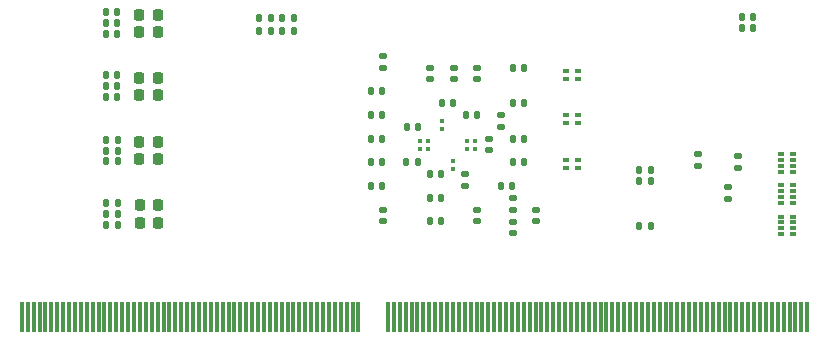
<source format=gbr>
%TF.GenerationSoftware,KiCad,Pcbnew,(6.0.0)*%
%TF.CreationDate,2022-04-27T20:10:46+08:00*%
%TF.ProjectId,XC6SLX25(FTG256)_CoreBoard,58433653-4c58-4323-9528-465447323536,rev?*%
%TF.SameCoordinates,Original*%
%TF.FileFunction,Paste,Bot*%
%TF.FilePolarity,Positive*%
%FSLAX46Y46*%
G04 Gerber Fmt 4.6, Leading zero omitted, Abs format (unit mm)*
G04 Created by KiCad (PCBNEW (6.0.0)) date 2022-04-27 20:10:46*
%MOMM*%
%LPD*%
G01*
G04 APERTURE LIST*
G04 Aperture macros list*
%AMRoundRect*
0 Rectangle with rounded corners*
0 $1 Rounding radius*
0 $2 $3 $4 $5 $6 $7 $8 $9 X,Y pos of 4 corners*
0 Add a 4 corners polygon primitive as box body*
4,1,4,$2,$3,$4,$5,$6,$7,$8,$9,$2,$3,0*
0 Add four circle primitives for the rounded corners*
1,1,$1+$1,$2,$3*
1,1,$1+$1,$4,$5*
1,1,$1+$1,$6,$7*
1,1,$1+$1,$8,$9*
0 Add four rect primitives between the rounded corners*
20,1,$1+$1,$2,$3,$4,$5,0*
20,1,$1+$1,$4,$5,$6,$7,0*
20,1,$1+$1,$6,$7,$8,$9,0*
20,1,$1+$1,$8,$9,$2,$3,0*%
G04 Aperture macros list end*
%ADD10RoundRect,0.140000X0.140000X0.170000X-0.140000X0.170000X-0.140000X-0.170000X0.140000X-0.170000X0*%
%ADD11RoundRect,0.079500X-0.079500X-0.100500X0.079500X-0.100500X0.079500X0.100500X-0.079500X0.100500X0*%
%ADD12RoundRect,0.225000X0.225000X0.250000X-0.225000X0.250000X-0.225000X-0.250000X0.225000X-0.250000X0*%
%ADD13R,0.500000X0.400000*%
%ADD14RoundRect,0.140000X-0.140000X-0.170000X0.140000X-0.170000X0.140000X0.170000X-0.140000X0.170000X0*%
%ADD15RoundRect,0.140000X0.170000X-0.140000X0.170000X0.140000X-0.170000X0.140000X-0.170000X-0.140000X0*%
%ADD16RoundRect,0.135000X0.135000X0.185000X-0.135000X0.185000X-0.135000X-0.185000X0.135000X-0.185000X0*%
%ADD17RoundRect,0.079500X0.100500X-0.079500X0.100500X0.079500X-0.100500X0.079500X-0.100500X-0.079500X0*%
%ADD18R,0.350000X2.500000*%
%ADD19RoundRect,0.140000X-0.170000X0.140000X-0.170000X-0.140000X0.170000X-0.140000X0.170000X0.140000X0*%
%ADD20RoundRect,0.135000X-0.135000X-0.185000X0.135000X-0.185000X0.135000X0.185000X-0.135000X0.185000X0*%
%ADD21R,0.500000X0.320000*%
%ADD22RoundRect,0.135000X-0.185000X0.135000X-0.185000X-0.135000X0.185000X-0.135000X0.185000X0.135000X0*%
%ADD23RoundRect,0.135000X0.185000X-0.135000X0.185000X0.135000X-0.185000X0.135000X-0.185000X-0.135000X0*%
%ADD24RoundRect,0.079500X0.079500X0.100500X-0.079500X0.100500X-0.079500X-0.100500X0.079500X-0.100500X0*%
%ADD25RoundRect,0.079500X-0.100500X0.079500X-0.100500X-0.079500X0.100500X-0.079500X0.100500X0.079500X0*%
G04 APERTURE END LIST*
D10*
%TO.C,C14*%
X138156904Y-93805000D03*
X137196904Y-93805000D03*
%TD*%
D11*
%TO.C,C16*%
X145999738Y-92677990D03*
X145309738Y-92677990D03*
%TD*%
D12*
%TO.C,C64*%
X119125001Y-88099999D03*
X117575001Y-88099999D03*
%TD*%
D13*
%TO.C,RN11*%
X153695001Y-86785000D03*
X153695001Y-86085000D03*
X154695001Y-86085000D03*
X154695001Y-86785000D03*
%TD*%
D14*
%TO.C,C20*%
X137196903Y-91815000D03*
X138156903Y-91815000D03*
%TD*%
D15*
%TO.C,C13*%
X146170000Y-86778097D03*
X146170000Y-85818097D03*
%TD*%
D14*
%TO.C,C79*%
X114779999Y-92810001D03*
X115739999Y-92810001D03*
%TD*%
%TO.C,C10*%
X143195000Y-88801464D03*
X144155000Y-88801464D03*
%TD*%
D10*
%TO.C,C30*%
X141153096Y-93800000D03*
X140193096Y-93800000D03*
%TD*%
D16*
%TO.C,R16*%
X160891692Y-94455000D03*
X159871692Y-94455000D03*
%TD*%
D12*
%TO.C,C78*%
X119135001Y-92090000D03*
X117585001Y-92090000D03*
%TD*%
D17*
%TO.C,C18*%
X143182662Y-91020649D03*
X143182662Y-90330649D03*
%TD*%
D14*
%TO.C,C58*%
X114750001Y-88300001D03*
X115710001Y-88300001D03*
%TD*%
%TO.C,C65*%
X114769659Y-99106358D03*
X115729659Y-99106358D03*
%TD*%
D12*
%TO.C,C70*%
X119154999Y-97450000D03*
X117604999Y-97450000D03*
%TD*%
D11*
%TO.C,C23*%
X145309738Y-91968597D03*
X145999738Y-91968597D03*
%TD*%
D10*
%TO.C,C43*%
X169525000Y-81530000D03*
X168565000Y-81530000D03*
%TD*%
D18*
%TO.C,J1*%
X174125000Y-106910000D03*
X173625000Y-106910000D03*
X173125000Y-106910000D03*
X172625000Y-106910000D03*
X172125000Y-106910000D03*
X171625000Y-106910000D03*
X171125000Y-106910000D03*
X170625000Y-106910000D03*
X170125000Y-106910000D03*
X169625000Y-106910000D03*
X169125000Y-106910000D03*
X168625000Y-106910000D03*
X168125000Y-106910000D03*
X167625000Y-106910000D03*
X167125000Y-106910000D03*
X166625000Y-106910000D03*
X166125000Y-106910000D03*
X165625000Y-106910000D03*
X165125000Y-106910000D03*
X164625000Y-106910000D03*
X164125000Y-106910000D03*
X163625000Y-106910000D03*
X163125000Y-106910000D03*
X162625000Y-106910000D03*
X162125000Y-106910000D03*
X161625000Y-106910000D03*
X161125000Y-106910000D03*
X160625000Y-106910000D03*
X160125000Y-106910000D03*
X159625000Y-106910000D03*
X159125000Y-106910000D03*
X158625000Y-106910000D03*
X158125000Y-106910000D03*
X157625000Y-106910000D03*
X157125000Y-106910000D03*
X156625000Y-106910000D03*
X156125000Y-106910000D03*
X155625000Y-106910000D03*
X155125000Y-106910000D03*
X154625000Y-106910000D03*
X154125000Y-106910000D03*
X153625000Y-106910000D03*
X153125000Y-106910000D03*
X152625000Y-106910000D03*
X152125000Y-106910000D03*
X151625000Y-106910000D03*
X151125000Y-106910000D03*
X150625000Y-106910000D03*
X150125000Y-106910000D03*
X149625000Y-106910000D03*
X149125000Y-106910000D03*
X148625000Y-106910000D03*
X148125000Y-106910000D03*
X147625000Y-106910000D03*
X147125000Y-106910000D03*
X146625000Y-106910000D03*
X146125000Y-106910000D03*
X145625000Y-106910000D03*
X145125000Y-106910000D03*
X144625000Y-106910000D03*
X144125000Y-106910000D03*
X143625000Y-106910000D03*
X143125000Y-106910000D03*
X142625000Y-106910000D03*
X142125000Y-106910000D03*
X141625000Y-106910000D03*
X141125000Y-106910000D03*
X140625000Y-106910000D03*
X140125000Y-106910000D03*
X139625000Y-106910000D03*
X139125000Y-106910000D03*
X138625000Y-106910000D03*
X136125000Y-106910000D03*
X135625000Y-106910000D03*
X135125000Y-106910000D03*
X134625000Y-106910000D03*
X134125000Y-106910000D03*
X133625000Y-106910000D03*
X133125000Y-106910000D03*
X132625000Y-106910000D03*
X132125000Y-106910000D03*
X131625000Y-106910000D03*
X131125000Y-106910000D03*
X130625000Y-106910000D03*
X130125000Y-106910000D03*
X129625000Y-106910000D03*
X129125000Y-106910000D03*
X128625000Y-106910000D03*
X128125000Y-106910000D03*
X127625000Y-106910000D03*
X127125000Y-106910000D03*
X126625000Y-106910000D03*
X126125000Y-106910000D03*
X125625000Y-106910000D03*
X125125000Y-106910000D03*
X124625000Y-106910000D03*
X124125000Y-106910000D03*
X123625000Y-106910000D03*
X123125000Y-106910000D03*
X122625000Y-106910000D03*
X122125000Y-106910000D03*
X121625000Y-106910000D03*
X121125000Y-106910000D03*
X120625000Y-106910000D03*
X120125000Y-106910000D03*
X119625000Y-106910000D03*
X119125000Y-106910000D03*
X118625000Y-106910000D03*
X118125000Y-106910000D03*
X117625000Y-106910000D03*
X117125000Y-106910000D03*
X116625000Y-106910000D03*
X116125000Y-106910000D03*
X115625000Y-106910000D03*
X115125000Y-106910000D03*
X114625000Y-106910000D03*
X114125000Y-106910000D03*
X113625000Y-106910000D03*
X113125000Y-106910000D03*
X112625000Y-106910000D03*
X112125000Y-106910000D03*
X111625000Y-106910000D03*
X111125000Y-106910000D03*
X110625000Y-106910000D03*
X110125000Y-106910000D03*
X109625000Y-106910000D03*
X109125000Y-106910000D03*
X108625000Y-106910000D03*
X108125000Y-106910000D03*
X107625000Y-106910000D03*
%TD*%
D14*
%TO.C,C80*%
X114780000Y-91889999D03*
X115740000Y-91889999D03*
%TD*%
%TO.C,C67*%
X114769658Y-97262957D03*
X115729658Y-97262957D03*
%TD*%
D10*
%TO.C,C4*%
X141156905Y-90805000D03*
X140196905Y-90805000D03*
%TD*%
D16*
%TO.C,R13*%
X160891692Y-95395000D03*
X159871692Y-95395000D03*
%TD*%
D19*
%TO.C,C6*%
X144178875Y-85827120D03*
X144178875Y-86787120D03*
%TD*%
D10*
%TO.C,C15*%
X138156904Y-89805000D03*
X137196904Y-89805000D03*
%TD*%
D14*
%TO.C,C33*%
X149196904Y-91810000D03*
X150156904Y-91810000D03*
%TD*%
D19*
%TO.C,C36*%
X151175000Y-97825000D03*
X151175000Y-98785000D03*
%TD*%
%TO.C,C3*%
X149175000Y-98825000D03*
X149175000Y-99785000D03*
%TD*%
D16*
%TO.C,R12*%
X160891692Y-99205000D03*
X159871692Y-99205000D03*
%TD*%
D14*
%TO.C,C1*%
X149188096Y-85810000D03*
X150148096Y-85810000D03*
%TD*%
D16*
%TO.C,R44*%
X130675000Y-82660000D03*
X129655000Y-82660000D03*
%TD*%
D15*
%TO.C,C2*%
X147175000Y-92786904D03*
X147175000Y-91826904D03*
%TD*%
D14*
%TO.C,C72*%
X114739999Y-82899998D03*
X115699999Y-82899998D03*
%TD*%
D20*
%TO.C,R40*%
X127695000Y-81620000D03*
X128715000Y-81620000D03*
%TD*%
D14*
%TO.C,C59*%
X114750000Y-86450000D03*
X115710000Y-86450000D03*
%TD*%
%TO.C,C73*%
X114740000Y-81979996D03*
X115700000Y-81979996D03*
%TD*%
D12*
%TO.C,C71*%
X119155001Y-98909999D03*
X117605001Y-98909999D03*
%TD*%
D14*
%TO.C,C74*%
X114739999Y-81069999D03*
X115699999Y-81069999D03*
%TD*%
D12*
%TO.C,C84*%
X119125001Y-81319996D03*
X117575001Y-81319996D03*
%TD*%
D21*
%TO.C,RN6*%
X171941015Y-99896219D03*
X171941015Y-99396219D03*
X171941015Y-98896219D03*
X171941015Y-98396219D03*
X172941015Y-98396219D03*
X172941015Y-98896219D03*
X172941015Y-99396219D03*
X172941015Y-99896219D03*
%TD*%
D22*
%TO.C,R14*%
X164865000Y-93095001D03*
X164865000Y-94115001D03*
%TD*%
D14*
%TO.C,C8*%
X142193096Y-94805000D03*
X143153096Y-94805000D03*
%TD*%
D19*
%TO.C,C32*%
X148174999Y-89833096D03*
X148174999Y-90793096D03*
%TD*%
D23*
%TO.C,R1*%
X149175000Y-97815000D03*
X149175000Y-96795000D03*
%TD*%
D15*
%TO.C,C22*%
X138175000Y-85785000D03*
X138175000Y-84825000D03*
%TD*%
D20*
%TO.C,R43*%
X127695000Y-82660000D03*
X128715000Y-82660000D03*
%TD*%
D13*
%TO.C,RN13*%
X153695001Y-90510000D03*
X153695001Y-89810000D03*
X154695001Y-89810000D03*
X154695001Y-90510000D03*
%TD*%
D12*
%TO.C,C63*%
X119125002Y-86640000D03*
X117575002Y-86640000D03*
%TD*%
D19*
%TO.C,C9*%
X146177998Y-97825000D03*
X146177998Y-98785000D03*
%TD*%
D14*
%TO.C,C60*%
X114750001Y-87380000D03*
X115710001Y-87380000D03*
%TD*%
%TO.C,C66*%
X114769658Y-98186359D03*
X115729658Y-98186359D03*
%TD*%
D15*
%TO.C,C5*%
X138175000Y-98785000D03*
X138175000Y-97825000D03*
%TD*%
D13*
%TO.C,RN12*%
X153695001Y-94285000D03*
X153695001Y-93585000D03*
X154695001Y-93585000D03*
X154695001Y-94285000D03*
%TD*%
D10*
%TO.C,C12*%
X146156904Y-89804999D03*
X145196904Y-89804999D03*
%TD*%
D14*
%TO.C,C17*%
X137203096Y-87805000D03*
X138163096Y-87805000D03*
%TD*%
%TO.C,C29*%
X148193096Y-95805000D03*
X149153096Y-95805000D03*
%TD*%
D15*
%TO.C,C31*%
X142175000Y-86780000D03*
X142175000Y-85820000D03*
%TD*%
D14*
%TO.C,C37*%
X149203096Y-93805000D03*
X150163096Y-93805000D03*
%TD*%
D10*
%TO.C,C41*%
X169525000Y-82450000D03*
X168565000Y-82450000D03*
%TD*%
D16*
%TO.C,R42*%
X130675000Y-81620000D03*
X129655000Y-81620000D03*
%TD*%
D14*
%TO.C,C24*%
X137193095Y-95805000D03*
X138153095Y-95805000D03*
%TD*%
D24*
%TO.C,C19*%
X141348272Y-92638316D03*
X142038272Y-92638316D03*
%TD*%
D12*
%TO.C,C77*%
X119135001Y-93550000D03*
X117585001Y-93550000D03*
%TD*%
D25*
%TO.C,C21*%
X144146684Y-93699351D03*
X144146684Y-94389351D03*
%TD*%
D21*
%TO.C,RN4*%
X171935401Y-94603133D03*
X171935401Y-94103133D03*
X171935401Y-93603133D03*
X171935401Y-93103133D03*
X172935401Y-93103133D03*
X172935401Y-93603133D03*
X172935401Y-94103133D03*
X172935401Y-94603133D03*
%TD*%
D14*
%TO.C,C11*%
X142174999Y-96802001D03*
X143134999Y-96802001D03*
%TD*%
D15*
%TO.C,C28*%
X145175000Y-95785000D03*
X145175000Y-94825000D03*
%TD*%
D24*
%TO.C,C25*%
X141348271Y-91967663D03*
X142038271Y-91967663D03*
%TD*%
D14*
%TO.C,C34*%
X149201904Y-88810000D03*
X150161904Y-88810000D03*
%TD*%
D23*
%TO.C,R15*%
X168266807Y-94282984D03*
X168266807Y-93262984D03*
%TD*%
D14*
%TO.C,C81*%
X114779999Y-93730000D03*
X115739999Y-93730000D03*
%TD*%
D12*
%TO.C,C85*%
X119125001Y-82779996D03*
X117575001Y-82779996D03*
%TD*%
D21*
%TO.C,RN5*%
X171942005Y-97249327D03*
X171942005Y-96749327D03*
X171942005Y-96249327D03*
X171942005Y-95749327D03*
X172942005Y-95749327D03*
X172942005Y-96249327D03*
X172942005Y-96749327D03*
X172942005Y-97249327D03*
%TD*%
D22*
%TO.C,R17*%
X167417123Y-95853834D03*
X167417123Y-96873834D03*
%TD*%
D10*
%TO.C,C7*%
X143155000Y-98805000D03*
X142195000Y-98805000D03*
%TD*%
M02*

</source>
